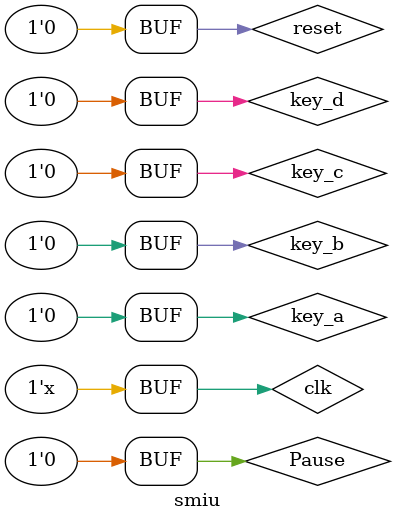
<source format=v>
`timescale 1ns / 1ps


module smiu;

	// Inputs
	reg key_a;
	reg key_b;
	reg key_c;
	reg key_d;
	reg reset;
	reg clk;
	reg Pause;

	// Outputs
	wire [6:0] postion_state;
	wire [3:0] x;
	wire [1:0] Led2;
	wire [3:0] selector;
	wire dot;
	wire S_CLK;
	wire LR_CLK;
	wire M_CLK;
	wire Sin;
	wire clk2;
	wire clk3;

	// Instantiate the Unit Under Test (UUT)
	digital_loc uut (
		.key_a(key_a), 
		.key_b(key_b), 
		.key_c(key_c), 
		.key_d(key_d), 
		.reset(reset), 
		.clk(clk), 
		.Pause(Pause), 
		.postion_state(postion_state), 
		.x(x), 
		.Led2(Led2), 
		.selector(selector), 
		.dot(dot), 
		.S_CLK(S_CLK), 
		.LR_CLK(LR_CLK), 
		.M_CLK(M_CLK), 
		.Sin(Sin), 
		.clk2(clk2), 
		.clk3(clk3)
	);

	always #5 clk=!clk;
	initial begin
		// Initialize Inputs
		key_a = 0;
		key_b = 0;
		key_c = 0;
		key_d = 0;
		reset = 0;
		clk = 0;
		Pause=0;

		// Wait 100 ns for global reset to finish
		#100;
      key_a = 1;
		key_b = 0;
		key_c = 0;
		key_d = 0;
		#50
		key_a = 1;
		key_b = 0;
		key_c = 0;
		key_d = 0;
		#50
		key_a = 1;
		key_b = 0;
		key_c = 0;
		key_d = 0;
		#50
		key_a = 1;
		key_b = 0;
		key_c = 0;
		key_d = 0;
		#50
		key_a = 0;
		key_b = 0;
		key_c = 1;
		key_d = 0;
		#50
		key_a = 0;
		key_b = 0;
		key_c = 0;
		key_d = 0;
		#50
		key_a = 0;
		key_b = 0;
		key_c = 0;
		key_d = 1;
		#50
		key_a = 0;
		key_b = 0;
		key_c = 0;
		key_d = 0;
				


	end
      
endmodule


</source>
